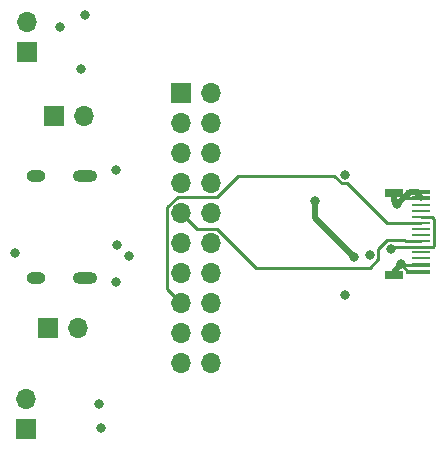
<source format=gbl>
G04 #@! TF.GenerationSoftware,KiCad,Pcbnew,7.0.2-0*
G04 #@! TF.CreationDate,2023-04-27T21:18:02-05:00*
G04 #@! TF.ProjectId,usb_programmer,7573625f-7072-46f6-9772-616d6d65722e,rev?*
G04 #@! TF.SameCoordinates,Original*
G04 #@! TF.FileFunction,Copper,L4,Bot*
G04 #@! TF.FilePolarity,Positive*
%FSLAX46Y46*%
G04 Gerber Fmt 4.6, Leading zero omitted, Abs format (unit mm)*
G04 Created by KiCad (PCBNEW 7.0.2-0) date 2023-04-27 21:18:02*
%MOMM*%
%LPD*%
G01*
G04 APERTURE LIST*
G04 #@! TA.AperFunction,SMDPad,CuDef*
%ADD10R,2.050000X0.360000*%
G04 #@! TD*
G04 #@! TA.AperFunction,SMDPad,CuDef*
%ADD11R,1.500000X0.800000*%
G04 #@! TD*
G04 #@! TA.AperFunction,SMDPad,CuDef*
%ADD12R,1.500000X0.700000*%
G04 #@! TD*
G04 #@! TA.AperFunction,SMDPad,CuDef*
%ADD13R,1.550000X0.410000*%
G04 #@! TD*
G04 #@! TA.AperFunction,SMDPad,CuDef*
%ADD14R,1.550000X0.260000*%
G04 #@! TD*
G04 #@! TA.AperFunction,ComponentPad*
%ADD15R,1.700000X1.700000*%
G04 #@! TD*
G04 #@! TA.AperFunction,ComponentPad*
%ADD16O,1.700000X1.700000*%
G04 #@! TD*
G04 #@! TA.AperFunction,ComponentPad*
%ADD17O,1.600000X1.000000*%
G04 #@! TD*
G04 #@! TA.AperFunction,ComponentPad*
%ADD18O,2.100000X1.000000*%
G04 #@! TD*
G04 #@! TA.AperFunction,ViaPad*
%ADD19C,0.800000*%
G04 #@! TD*
G04 #@! TA.AperFunction,Conductor*
%ADD20C,0.500000*%
G04 #@! TD*
G04 #@! TA.AperFunction,Conductor*
%ADD21C,0.250000*%
G04 #@! TD*
G04 APERTURE END LIST*
D10*
X59795000Y-80800000D03*
D11*
X57725000Y-81020000D03*
D12*
X57725000Y-74125000D03*
D10*
X59795000Y-73990000D03*
D13*
X60045000Y-74570000D03*
D14*
X60045000Y-75145000D03*
X60045000Y-75645000D03*
X60045000Y-76145000D03*
X60045000Y-76645000D03*
X60045000Y-77145000D03*
X60045000Y-77645000D03*
X60045000Y-78145000D03*
X60045000Y-78645000D03*
X60045000Y-79145000D03*
X60045000Y-79645000D03*
D13*
X60045000Y-80220000D03*
D15*
X26650000Y-62200000D03*
D16*
X26650000Y-59660000D03*
D15*
X26570000Y-94110000D03*
D16*
X26570000Y-91570000D03*
D15*
X28960000Y-67610000D03*
D16*
X31500000Y-67610000D03*
D15*
X28480000Y-85540000D03*
D16*
X31020000Y-85540000D03*
D15*
X39750000Y-65620000D03*
D16*
X42290000Y-65620000D03*
X39750000Y-68160000D03*
X42290000Y-68160000D03*
X39750000Y-70700000D03*
X42290000Y-70700000D03*
X39750000Y-73240000D03*
X42290000Y-73240000D03*
X39750000Y-75780000D03*
X42290000Y-75780000D03*
X39750000Y-78320000D03*
X42290000Y-78320000D03*
X39750000Y-80860000D03*
X42290000Y-80860000D03*
X39750000Y-83400000D03*
X42290000Y-83400000D03*
X39750000Y-85940000D03*
X42290000Y-85940000D03*
X39750000Y-88480000D03*
X42290000Y-88480000D03*
D17*
X27440000Y-81270000D03*
D18*
X31620000Y-81270000D03*
X31620000Y-72630000D03*
D17*
X27440000Y-72630000D03*
D19*
X54350000Y-79500000D03*
X34200000Y-72175000D03*
X51050000Y-74800000D03*
X25700000Y-79170000D03*
X29490000Y-60040000D03*
X31300000Y-63620000D03*
X31560000Y-59050000D03*
X32940000Y-93990000D03*
X32790000Y-91990000D03*
X34260000Y-81640000D03*
X35350000Y-79480000D03*
X34290000Y-78510000D03*
X57480000Y-78840000D03*
X55710000Y-79390000D03*
X53610000Y-82750000D03*
X53630000Y-72550000D03*
X58025000Y-75055000D03*
X58340000Y-80160000D03*
D20*
X51050000Y-74800000D02*
X51050000Y-76200000D01*
X51050000Y-76200000D02*
X54350000Y-79500000D01*
D21*
X60045000Y-78145000D02*
X58715000Y-78145000D01*
X58715000Y-78145000D02*
X58685000Y-78115000D01*
X58685000Y-78115000D02*
X57179695Y-78115000D01*
X57179695Y-78115000D02*
X56435000Y-78859695D01*
X56435000Y-78859695D02*
X56435000Y-79725000D01*
X56435000Y-79725000D02*
X55735000Y-80425000D01*
X55735000Y-80425000D02*
X46056701Y-80425000D01*
X46056701Y-80425000D02*
X42776701Y-77145000D01*
X42776701Y-77145000D02*
X41115000Y-77145000D01*
X41115000Y-77145000D02*
X39750000Y-75780000D01*
X39750000Y-83400000D02*
X38575000Y-82225000D01*
X38575000Y-82225000D02*
X38575000Y-75293299D01*
X38575000Y-75293299D02*
X39453299Y-74415000D01*
X39453299Y-74415000D02*
X42776701Y-74415000D01*
X52704695Y-72650000D02*
X53329695Y-73275000D01*
X53785000Y-73275000D02*
X57155000Y-76645000D01*
X42776701Y-74415000D02*
X44541701Y-72650000D01*
X44541701Y-72650000D02*
X52704695Y-72650000D01*
X53329695Y-73275000D02*
X53785000Y-73275000D01*
X57155000Y-76645000D02*
X60045000Y-76645000D01*
X60045000Y-78645000D02*
X57675000Y-78645000D01*
X57675000Y-78645000D02*
X57480000Y-78840000D01*
D20*
X58025000Y-75055000D02*
X57725000Y-74755000D01*
X57725000Y-74755000D02*
X57725000Y-74125000D01*
D21*
X58025000Y-75055000D02*
X58510000Y-74570000D01*
X58510000Y-74570000D02*
X60045000Y-74570000D01*
D20*
X58025000Y-75055000D02*
X59090000Y-73990000D01*
X59090000Y-73990000D02*
X59795000Y-73990000D01*
D21*
X60045000Y-76145000D02*
X60993836Y-76145000D01*
X60993836Y-76145000D02*
X61145000Y-76296164D01*
X61145000Y-78595000D02*
X61095000Y-78645000D01*
X61145000Y-76296164D02*
X61145000Y-78595000D01*
X61095000Y-78645000D02*
X60045000Y-78645000D01*
X60045000Y-80220000D02*
X58400000Y-80220000D01*
X58400000Y-80220000D02*
X58340000Y-80160000D01*
D20*
X57725000Y-81020000D02*
X57725000Y-80775000D01*
X57725000Y-80775000D02*
X58340000Y-80160000D01*
D21*
X59795000Y-80800000D02*
X58980000Y-80800000D01*
X58980000Y-80800000D02*
X58340000Y-80160000D01*
D20*
X59795000Y-73990000D02*
X59795000Y-74320000D01*
X59795000Y-74320000D02*
X60040000Y-74565000D01*
X60040000Y-74565000D02*
X60045000Y-74565000D01*
M02*

</source>
